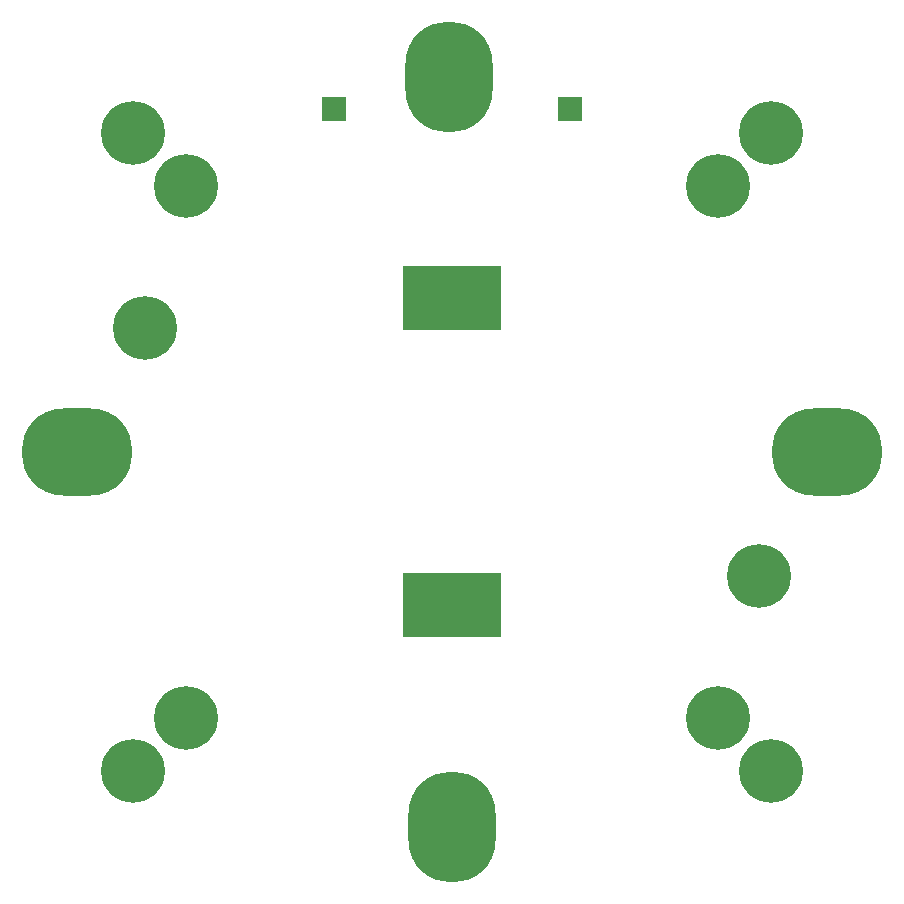
<source format=gbr>
G04 #@! TF.GenerationSoftware,KiCad,Pcbnew,(5.0.0)*
G04 #@! TF.CreationDate,2020-03-30T15:38:54-04:00*
G04 #@! TF.ProjectId,10W White LED,313057205768697465204C45442E6B69,rev?*
G04 #@! TF.SameCoordinates,Original*
G04 #@! TF.FileFunction,Soldermask,Bot*
G04 #@! TF.FilePolarity,Negative*
%FSLAX46Y46*%
G04 Gerber Fmt 4.6, Leading zero omitted, Abs format (unit mm)*
G04 Created by KiCad (PCBNEW (5.0.0)) date 03/30/20 15:38:54*
%MOMM*%
%LPD*%
G01*
G04 APERTURE LIST*
%ADD10O,9.400000X7.400000*%
%ADD11O,7.400000X9.400000*%
%ADD12C,5.400000*%
%ADD13R,8.400000X5.400000*%
%ADD14R,2.100000X2.100000*%
G04 APERTURE END LIST*
D10*
G04 #@! TO.C,LENSE1*
X181750000Y-100000000D03*
D11*
X149750000Y-68250000D03*
D10*
X118250000Y-100000000D03*
D11*
X150000000Y-131750000D03*
G04 #@! TD*
D12*
G04 #@! TO.C,HEATSINK1*
X172500000Y-122500000D03*
X127500000Y-122500000D03*
X127500000Y-77500000D03*
X172500000Y-77500000D03*
X124000000Y-89500000D03*
X176000000Y-110500000D03*
G04 #@! TD*
D13*
G04 #@! TO.C,D1*
X150000000Y-113000000D03*
X150000000Y-87000000D03*
G04 #@! TD*
D12*
G04 #@! TO.C,MNT1*
X123000000Y-73000000D03*
G04 #@! TD*
G04 #@! TO.C,MNT2*
X177000000Y-73000000D03*
G04 #@! TD*
G04 #@! TO.C,MNT3*
X177000000Y-127000000D03*
G04 #@! TD*
G04 #@! TO.C,MNT4*
X123000000Y-127000000D03*
G04 #@! TD*
D14*
G04 #@! TO.C,NEG1*
X160000000Y-71000000D03*
G04 #@! TD*
G04 #@! TO.C,POS1*
X140000000Y-71000000D03*
G04 #@! TD*
M02*

</source>
